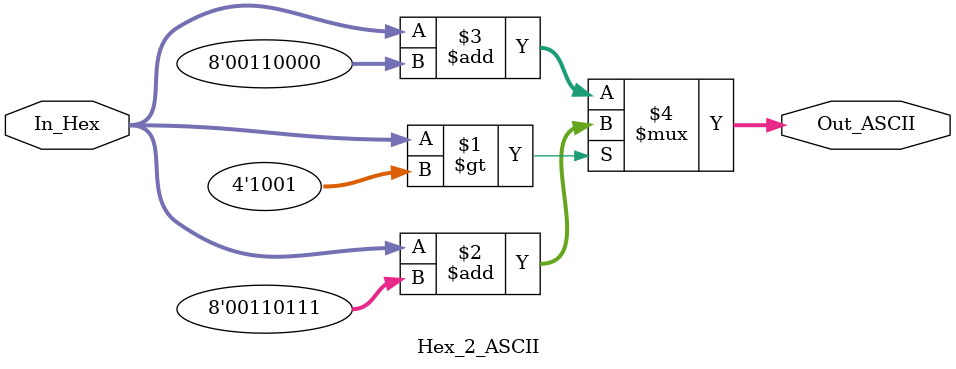
<source format=v>
`timescale 1ns / 1ps


module Hex_2_ASCII(
    input [4:1] In_Hex,
    output [8:1] Out_ASCII
    );

	assign Out_ASCII = (In_Hex > 4'd9 ) ? In_Hex + 8'h37 : In_Hex + 8'h30;
endmodule

</source>
